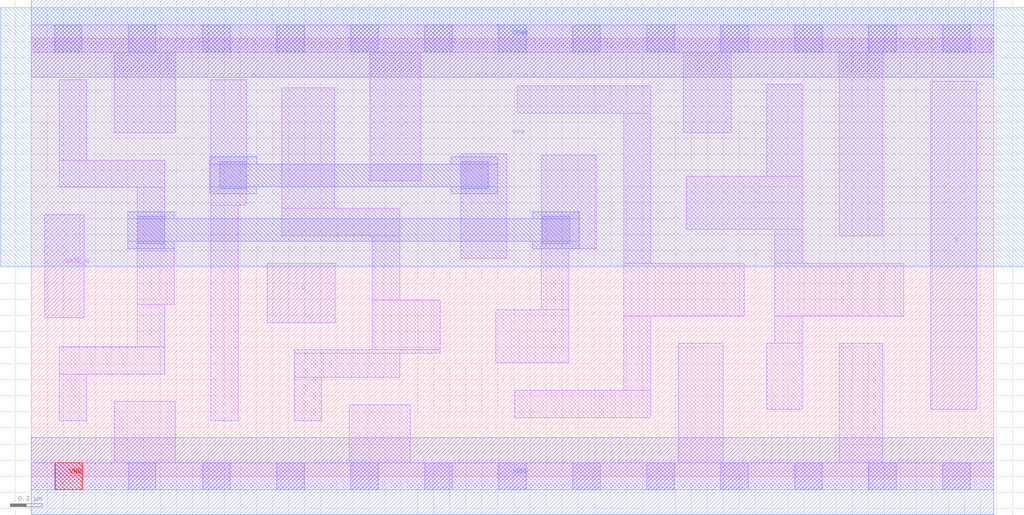
<source format=lef>
# Copyright 2020 The SkyWater PDK Authors
#
# Licensed under the Apache License, Version 2.0 (the "License");
# you may not use this file except in compliance with the License.
# You may obtain a copy of the License at
#
#     https://www.apache.org/licenses/LICENSE-2.0
#
# Unless required by applicable law or agreed to in writing, software
# distributed under the License is distributed on an "AS IS" BASIS,
# WITHOUT WARRANTIES OR CONDITIONS OF ANY KIND, either express or implied.
# See the License for the specific language governing permissions and
# limitations under the License.
#
# SPDX-License-Identifier: Apache-2.0

VERSION 5.7 ;
  NOWIREEXTENSIONATPIN ON ;
  DIVIDERCHAR "/" ;
  BUSBITCHARS "[]" ;
PROPERTYDEFINITIONS
  MACRO maskLayoutSubType STRING ;
  MACRO prCellType STRING ;
  MACRO originalViewName STRING ;
END PROPERTYDEFINITIONS
MACRO sky130_fd_sc_hdll__dlxtn_1
  CLASS CORE ;
  FOREIGN sky130_fd_sc_hdll__dlxtn_1 ;
  ORIGIN  0.000000  0.000000 ;
  SIZE  5.980000 BY  2.720000 ;
  SYMMETRY X Y R90 ;
  SITE unithd ;
  PIN D
    ANTENNAGATEAREA  0.178200 ;
    DIRECTION INPUT ;
    USE SIGNAL ;
    PORT
      LAYER li1 ;
        RECT 1.465000 0.955000 1.890000 1.325000 ;
    END
  END D
  PIN GATE_N
    ANTENNAGATEAREA  0.178200 ;
    DIRECTION INPUT ;
    USE SIGNAL ;
    PORT
      LAYER li1 ;
        RECT 0.085000 0.985000 0.330000 1.625000 ;
    END
  END GATE_N
  PIN Q
    ANTENNADIFFAREA  0.554500 ;
    DIRECTION OUTPUT ;
    USE SIGNAL ;
    PORT
      LAYER li1 ;
        RECT 5.590000 0.415000 5.875000 2.455000 ;
    END
  END Q
  PIN VGND
    DIRECTION INOUT ;
    USE GROUND ;
    PORT
      LAYER met1 ;
        RECT 0.000000 -0.240000 5.980000 0.240000 ;
    END
  END VGND
  PIN VNB
    DIRECTION INOUT ;
    USE GROUND ;
    PORT
      LAYER pwell ;
        RECT 0.150000 -0.085000 0.320000 0.085000 ;
    END
  END VNB
  PIN VPB
    DIRECTION INOUT ;
    USE POWER ;
    PORT
      LAYER nwell ;
        RECT -0.190000 1.305000 6.170000 2.910000 ;
    END
  END VPB
  PIN VPWR
    DIRECTION INOUT ;
    USE POWER ;
    PORT
      LAYER met1 ;
        RECT 0.000000 2.480000 5.980000 2.960000 ;
    END
  END VPWR
  OBS
    LAYER li1 ;
      RECT 0.000000 -0.085000 5.980000 0.085000 ;
      RECT 0.000000  2.635000 5.980000 2.805000 ;
      RECT 0.175000  0.345000 0.345000 0.635000 ;
      RECT 0.175000  0.635000 0.830000 0.805000 ;
      RECT 0.175000  1.795000 0.830000 1.965000 ;
      RECT 0.175000  1.965000 0.345000 2.465000 ;
      RECT 0.515000  0.085000 0.895000 0.465000 ;
      RECT 0.515000  2.135000 0.895000 2.635000 ;
      RECT 0.660000  0.805000 0.830000 1.070000 ;
      RECT 0.660000  1.070000 0.890000 1.400000 ;
      RECT 0.660000  1.400000 0.830000 1.795000 ;
      RECT 1.115000  0.345000 1.285000 1.685000 ;
      RECT 1.115000  1.685000 1.340000 2.465000 ;
      RECT 1.555000  1.495000 2.290000 1.665000 ;
      RECT 1.555000  1.665000 1.885000 2.415000 ;
      RECT 1.635000  0.345000 1.805000 0.615000 ;
      RECT 1.635000  0.615000 2.290000 0.765000 ;
      RECT 1.635000  0.765000 2.540000 0.785000 ;
      RECT 1.975000  0.085000 2.355000 0.445000 ;
      RECT 2.105000  1.835000 2.420000 2.635000 ;
      RECT 2.120000  0.785000 2.540000 1.095000 ;
      RECT 2.120000  1.095000 2.290000 1.495000 ;
      RECT 2.670000  1.355000 2.955000 2.005000 ;
      RECT 2.885000  0.705000 3.340000 1.035000 ;
      RECT 3.005000  0.365000 3.850000 0.535000 ;
      RECT 3.020000  2.255000 3.850000 2.425000 ;
      RECT 3.170000  1.035000 3.340000 1.415000 ;
      RECT 3.170000  1.415000 3.510000 1.995000 ;
      RECT 3.680000  0.535000 3.850000 0.995000 ;
      RECT 3.680000  0.995000 4.430000 1.325000 ;
      RECT 3.680000  1.325000 3.850000 2.255000 ;
      RECT 4.020000  0.085000 4.300000 0.825000 ;
      RECT 4.050000  2.135000 4.350000 2.635000 ;
      RECT 4.070000  1.535000 4.790000 1.865000 ;
      RECT 4.570000  0.415000 4.790000 0.825000 ;
      RECT 4.570000  1.865000 4.790000 2.435000 ;
      RECT 4.620000  0.825000 4.790000 0.995000 ;
      RECT 4.620000  0.995000 5.420000 1.325000 ;
      RECT 4.620000  1.325000 4.790000 1.535000 ;
      RECT 5.020000  0.085000 5.290000 0.825000 ;
      RECT 5.020000  1.495000 5.290000 2.635000 ;
    LAYER mcon ;
      RECT 0.145000 -0.085000 0.315000 0.085000 ;
      RECT 0.145000  2.635000 0.315000 2.805000 ;
      RECT 0.605000 -0.085000 0.775000 0.085000 ;
      RECT 0.605000  2.635000 0.775000 2.805000 ;
      RECT 0.660000  1.445000 0.830000 1.615000 ;
      RECT 1.065000 -0.085000 1.235000 0.085000 ;
      RECT 1.065000  2.635000 1.235000 2.805000 ;
      RECT 1.170000  1.785000 1.340000 1.955000 ;
      RECT 1.525000 -0.085000 1.695000 0.085000 ;
      RECT 1.525000  2.635000 1.695000 2.805000 ;
      RECT 1.985000 -0.085000 2.155000 0.085000 ;
      RECT 1.985000  2.635000 2.155000 2.805000 ;
      RECT 2.445000 -0.085000 2.615000 0.085000 ;
      RECT 2.445000  2.635000 2.615000 2.805000 ;
      RECT 2.670000  1.785000 2.840000 1.955000 ;
      RECT 2.905000 -0.085000 3.075000 0.085000 ;
      RECT 2.905000  2.635000 3.075000 2.805000 ;
      RECT 3.175000  1.445000 3.345000 1.615000 ;
      RECT 3.365000 -0.085000 3.535000 0.085000 ;
      RECT 3.365000  2.635000 3.535000 2.805000 ;
      RECT 3.825000 -0.085000 3.995000 0.085000 ;
      RECT 3.825000  2.635000 3.995000 2.805000 ;
      RECT 4.285000 -0.085000 4.455000 0.085000 ;
      RECT 4.285000  2.635000 4.455000 2.805000 ;
      RECT 4.745000 -0.085000 4.915000 0.085000 ;
      RECT 4.745000  2.635000 4.915000 2.805000 ;
      RECT 5.205000 -0.085000 5.375000 0.085000 ;
      RECT 5.205000  2.635000 5.375000 2.805000 ;
      RECT 5.665000 -0.085000 5.835000 0.085000 ;
      RECT 5.665000  2.635000 5.835000 2.805000 ;
    LAYER met1 ;
      RECT 0.600000 1.415000 0.890000 1.460000 ;
      RECT 0.600000 1.460000 3.405000 1.600000 ;
      RECT 0.600000 1.600000 0.890000 1.645000 ;
      RECT 1.110000 1.755000 1.400000 1.800000 ;
      RECT 1.110000 1.800000 2.900000 1.940000 ;
      RECT 1.110000 1.940000 1.400000 1.985000 ;
      RECT 2.610000 1.755000 2.900000 1.800000 ;
      RECT 2.610000 1.940000 2.900000 1.985000 ;
      RECT 3.115000 1.415000 3.405000 1.460000 ;
      RECT 3.115000 1.600000 3.405000 1.645000 ;
  END
  PROPERTY maskLayoutSubType "abstract" ;
  PROPERTY prCellType "standard" ;
  PROPERTY originalViewName "layout" ;
END sky130_fd_sc_hdll__dlxtn_1
END LIBRARY

</source>
